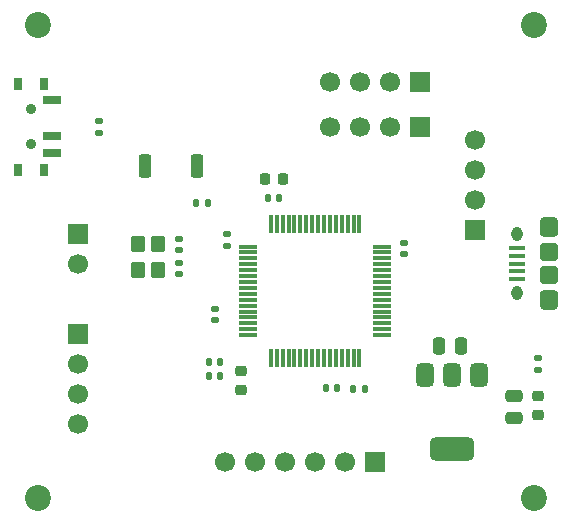
<source format=gbr>
%TF.GenerationSoftware,KiCad,Pcbnew,9.0.4-9.0.4-0~ubuntu22.04.1*%
%TF.CreationDate,2025-09-25T00:01:52-07:00*%
%TF.ProjectId,Tiny_Thinker,54696e79-5f54-4686-996e-6b65722e6b69,rev?*%
%TF.SameCoordinates,Original*%
%TF.FileFunction,Soldermask,Top*%
%TF.FilePolarity,Negative*%
%FSLAX46Y46*%
G04 Gerber Fmt 4.6, Leading zero omitted, Abs format (unit mm)*
G04 Created by KiCad (PCBNEW 9.0.4-9.0.4-0~ubuntu22.04.1) date 2025-09-25 00:01:52*
%MOMM*%
%LPD*%
G01*
G04 APERTURE LIST*
G04 Aperture macros list*
%AMRoundRect*
0 Rectangle with rounded corners*
0 $1 Rounding radius*
0 $2 $3 $4 $5 $6 $7 $8 $9 X,Y pos of 4 corners*
0 Add a 4 corners polygon primitive as box body*
4,1,4,$2,$3,$4,$5,$6,$7,$8,$9,$2,$3,0*
0 Add four circle primitives for the rounded corners*
1,1,$1+$1,$2,$3*
1,1,$1+$1,$4,$5*
1,1,$1+$1,$6,$7*
1,1,$1+$1,$8,$9*
0 Add four rect primitives between the rounded corners*
20,1,$1+$1,$2,$3,$4,$5,0*
20,1,$1+$1,$4,$5,$6,$7,0*
20,1,$1+$1,$6,$7,$8,$9,0*
20,1,$1+$1,$8,$9,$2,$3,0*%
G04 Aperture macros list end*
%ADD10O,1.550000X0.890000*%
%ADD11RoundRect,0.250000X0.525000X-0.475000X0.525000X0.475000X-0.525000X0.475000X-0.525000X-0.475000X0*%
%ADD12O,0.950000X1.250000*%
%ADD13RoundRect,0.250000X0.525000X-0.500000X0.525000X0.500000X-0.525000X0.500000X-0.525000X-0.500000X0*%
%ADD14RoundRect,0.100000X0.575000X-0.100000X0.575000X0.100000X-0.575000X0.100000X-0.575000X-0.100000X0*%
%ADD15RoundRect,0.140000X0.140000X0.170000X-0.140000X0.170000X-0.140000X-0.170000X0.140000X-0.170000X0*%
%ADD16R,0.800000X1.000000*%
%ADD17C,0.900000*%
%ADD18R,1.500000X0.700000*%
%ADD19C,2.200000*%
%ADD20RoundRect,0.140000X-0.170000X0.140000X-0.170000X-0.140000X0.170000X-0.140000X0.170000X0.140000X0*%
%ADD21RoundRect,0.140000X-0.140000X-0.170000X0.140000X-0.170000X0.140000X0.170000X-0.140000X0.170000X0*%
%ADD22RoundRect,0.218750X-0.256250X0.218750X-0.256250X-0.218750X0.256250X-0.218750X0.256250X0.218750X0*%
%ADD23R,1.700000X1.700000*%
%ADD24C,1.700000*%
%ADD25RoundRect,0.140000X0.170000X-0.140000X0.170000X0.140000X-0.170000X0.140000X-0.170000X-0.140000X0*%
%ADD26RoundRect,0.375000X-0.375000X0.625000X-0.375000X-0.625000X0.375000X-0.625000X0.375000X0.625000X0*%
%ADD27RoundRect,0.500000X-1.400000X0.500000X-1.400000X-0.500000X1.400000X-0.500000X1.400000X0.500000X0*%
%ADD28RoundRect,0.225000X-0.225000X-0.250000X0.225000X-0.250000X0.225000X0.250000X-0.225000X0.250000X0*%
%ADD29RoundRect,0.250000X-0.350000X0.450000X-0.350000X-0.450000X0.350000X-0.450000X0.350000X0.450000X0*%
%ADD30RoundRect,0.250000X0.475000X-0.250000X0.475000X0.250000X-0.475000X0.250000X-0.475000X-0.250000X0*%
%ADD31RoundRect,0.250000X-0.250000X-0.475000X0.250000X-0.475000X0.250000X0.475000X-0.250000X0.475000X0*%
%ADD32RoundRect,0.135000X0.185000X-0.135000X0.185000X0.135000X-0.185000X0.135000X-0.185000X-0.135000X0*%
%ADD33RoundRect,0.250000X0.275000X0.750000X-0.275000X0.750000X-0.275000X-0.750000X0.275000X-0.750000X0*%
%ADD34RoundRect,0.075000X-0.700000X-0.075000X0.700000X-0.075000X0.700000X0.075000X-0.700000X0.075000X0*%
%ADD35RoundRect,0.075000X-0.075000X-0.700000X0.075000X-0.700000X0.075000X0.700000X-0.075000X0.700000X0*%
G04 APERTURE END LIST*
D10*
%TO.C,J1*%
X128300000Y-76700000D03*
D11*
X128300000Y-77175000D03*
D12*
X125600000Y-77700000D03*
D13*
X128300000Y-79200000D03*
X128300000Y-81200000D03*
D12*
X125600000Y-82700000D03*
D11*
X128300000Y-83225000D03*
D10*
X128300000Y-83700000D03*
D14*
X125600000Y-78900000D03*
X125600000Y-79550000D03*
X125600000Y-80200000D03*
X125600000Y-80850000D03*
X125600000Y-81500000D03*
%TD*%
D15*
%TO.C,C9*%
X98440000Y-75100000D03*
X99400000Y-75100000D03*
%TD*%
D16*
%TO.C,SW2*%
X85580000Y-64950000D03*
X83370000Y-64950000D03*
D17*
X84470000Y-67100000D03*
X84470000Y-70100000D03*
D16*
X85580000Y-72250000D03*
X83370000Y-72250000D03*
D18*
X86230000Y-66350000D03*
X86230000Y-69350000D03*
X86230000Y-70850000D03*
%TD*%
D19*
%TO.C,H4*%
X85000000Y-100000000D03*
%TD*%
%TO.C,H3*%
X85000000Y-60000000D03*
%TD*%
%TO.C,H2*%
X127000000Y-100000000D03*
%TD*%
%TO.C,H1*%
X127000000Y-60000000D03*
%TD*%
D20*
%TO.C,C3*%
X116000000Y-78440000D03*
X116000000Y-79400000D03*
%TD*%
D21*
%TO.C,C4*%
X104520000Y-74600000D03*
X105480000Y-74600000D03*
%TD*%
D22*
%TO.C,FB1*%
X102200000Y-89312500D03*
X102200000Y-90887500D03*
%TD*%
D23*
%TO.C,J5*%
X113550000Y-97000000D03*
D24*
X111010000Y-97000000D03*
X108470000Y-97000000D03*
X105930000Y-97000000D03*
X103390000Y-97000000D03*
X100850000Y-97000000D03*
%TD*%
D25*
%TO.C,C6*%
X100000000Y-84980000D03*
X100000000Y-84020000D03*
%TD*%
D23*
%TO.C,J7*%
X88400000Y-77725000D03*
D24*
X88400000Y-80265000D03*
%TD*%
D26*
%TO.C,U2*%
X122400000Y-89600000D03*
X120100000Y-89600000D03*
D27*
X120100000Y-95900000D03*
D26*
X117800000Y-89600000D03*
%TD*%
D28*
%TO.C,C5*%
X104225000Y-73000000D03*
X105775000Y-73000000D03*
%TD*%
D15*
%TO.C,C1*%
X112680000Y-90800000D03*
X111720000Y-90800000D03*
%TD*%
D29*
%TO.C,Y1*%
X93500000Y-78500000D03*
X93500000Y-80700000D03*
X95200000Y-80700000D03*
X95200000Y-78500000D03*
%TD*%
D15*
%TO.C,C8*%
X100480000Y-89700000D03*
X99520000Y-89700000D03*
%TD*%
D30*
%TO.C,C13*%
X125300000Y-93300000D03*
X125300000Y-91400000D03*
%TD*%
D22*
%TO.C,D1*%
X127400000Y-91412500D03*
X127400000Y-92987500D03*
%TD*%
D24*
%TO.C,J3*%
X109790000Y-64800000D03*
X112330000Y-64800000D03*
X114870000Y-64800000D03*
D23*
X117410000Y-64800000D03*
%TD*%
D15*
%TO.C,C14*%
X110380000Y-90700000D03*
X109420000Y-90700000D03*
%TD*%
%TO.C,C7*%
X100480000Y-88500000D03*
X99520000Y-88500000D03*
%TD*%
D31*
%TO.C,C12*%
X118950000Y-87150000D03*
X120850000Y-87150000D03*
%TD*%
D32*
%TO.C,R2*%
X127400000Y-89210000D03*
X127400000Y-88190000D03*
%TD*%
D25*
%TO.C,C2*%
X101000000Y-78680000D03*
X101000000Y-77720000D03*
%TD*%
D23*
%TO.C,J2*%
X122000000Y-77310000D03*
D24*
X122000000Y-74770000D03*
X122000000Y-72230000D03*
X122000000Y-69690000D03*
%TD*%
D25*
%TO.C,C11*%
X96950000Y-81080000D03*
X96950000Y-80120000D03*
%TD*%
D23*
%TO.C,J4*%
X117410000Y-68600000D03*
D24*
X114870000Y-68600000D03*
X112330000Y-68600000D03*
X109790000Y-68600000D03*
%TD*%
D23*
%TO.C,J6*%
X88400000Y-86190000D03*
D24*
X88400000Y-88730000D03*
X88400000Y-91270000D03*
X88400000Y-93810000D03*
%TD*%
D33*
%TO.C,SW1*%
X98525000Y-71900000D03*
X94075000Y-71900000D03*
%TD*%
D32*
%TO.C,R1*%
X90200000Y-69110000D03*
X90200000Y-68090000D03*
%TD*%
D25*
%TO.C,C10*%
X96950000Y-79080000D03*
X96950000Y-78120000D03*
%TD*%
D34*
%TO.C,U1*%
X102825000Y-78750000D03*
X102825000Y-79250000D03*
X102825000Y-79750000D03*
X102825000Y-80250000D03*
X102825000Y-80750000D03*
X102825000Y-81250000D03*
X102825000Y-81750000D03*
X102825000Y-82250000D03*
X102825000Y-82750000D03*
X102825000Y-83250000D03*
X102825000Y-83750000D03*
X102825000Y-84250000D03*
X102825000Y-84750000D03*
X102825000Y-85250000D03*
X102825000Y-85750000D03*
X102825000Y-86250000D03*
D35*
X104750000Y-88175000D03*
X105250000Y-88175000D03*
X105750000Y-88175000D03*
X106250000Y-88175000D03*
X106750000Y-88175000D03*
X107250000Y-88175000D03*
X107750000Y-88175000D03*
X108250000Y-88175000D03*
X108750000Y-88175000D03*
X109250000Y-88175000D03*
X109750000Y-88175000D03*
X110250000Y-88175000D03*
X110750000Y-88175000D03*
X111250000Y-88175000D03*
X111750000Y-88175000D03*
X112250000Y-88175000D03*
D34*
X114175000Y-86250000D03*
X114175000Y-85750000D03*
X114175000Y-85250000D03*
X114175000Y-84750000D03*
X114175000Y-84250000D03*
X114175000Y-83750000D03*
X114175000Y-83250000D03*
X114175000Y-82750000D03*
X114175000Y-82250000D03*
X114175000Y-81750000D03*
X114175000Y-81250000D03*
X114175000Y-80750000D03*
X114175000Y-80250000D03*
X114175000Y-79750000D03*
X114175000Y-79250000D03*
X114175000Y-78750000D03*
D35*
X112250000Y-76825000D03*
X111750000Y-76825000D03*
X111250000Y-76825000D03*
X110750000Y-76825000D03*
X110250000Y-76825000D03*
X109750000Y-76825000D03*
X109250000Y-76825000D03*
X108750000Y-76825000D03*
X108250000Y-76825000D03*
X107750000Y-76825000D03*
X107250000Y-76825000D03*
X106750000Y-76825000D03*
X106250000Y-76825000D03*
X105750000Y-76825000D03*
X105250000Y-76825000D03*
X104750000Y-76825000D03*
%TD*%
M02*

</source>
